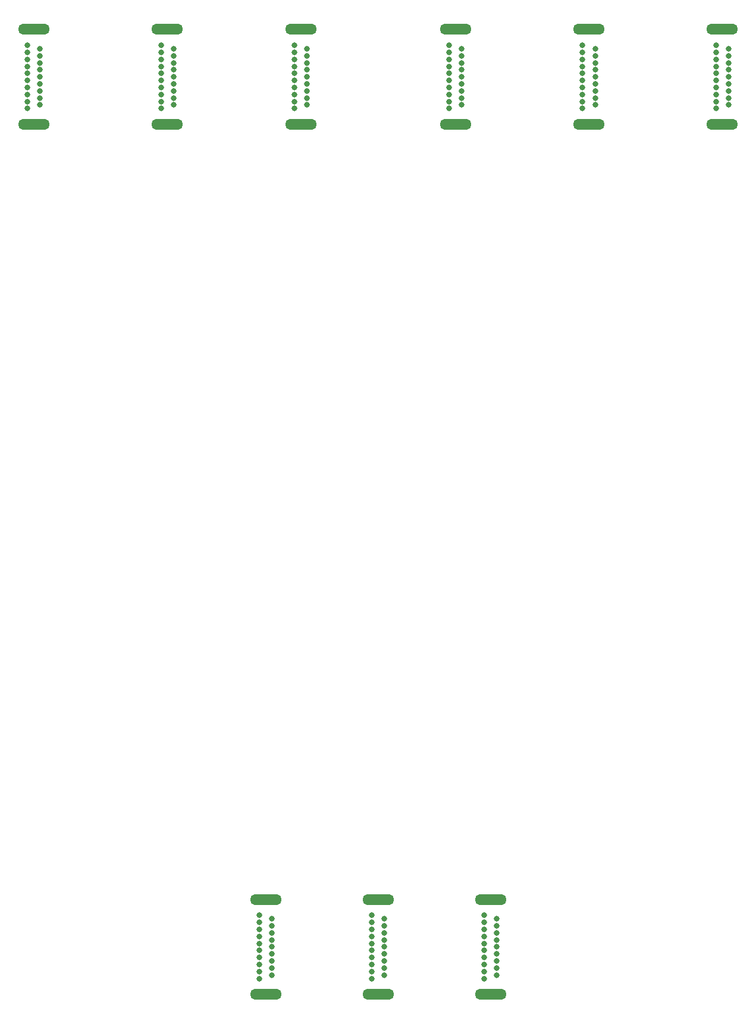
<source format=gbr>
%TF.GenerationSoftware,KiCad,Pcbnew,(5.1.10)-1*%
%TF.CreationDate,2022-04-08T13:19:25-06:00*%
%TF.ProjectId,VacuumFeedThruHDMI,56616375-756d-4466-9565-645468727548,rev?*%
%TF.SameCoordinates,Original*%
%TF.FileFunction,Paste,Bot*%
%TF.FilePolarity,Positive*%
%FSLAX46Y46*%
G04 Gerber Fmt 4.6, Leading zero omitted, Abs format (unit mm)*
G04 Created by KiCad (PCBNEW (5.1.10)-1) date 2022-04-08 13:19:25*
%MOMM*%
%LPD*%
G01*
G04 APERTURE LIST*
%ADD10O,4.500000X1.500000*%
%ADD11C,0.800000*%
G04 APERTURE END LIST*
D10*
%TO.C,J2*%
X30000000Y67550000D03*
X30000000Y54050000D03*
D11*
X29100000Y65300000D03*
X30900000Y64800000D03*
X29100000Y64300000D03*
X30900000Y63800000D03*
X29100000Y63300000D03*
X30900000Y62800000D03*
X29100000Y62300000D03*
X30900000Y61800000D03*
X29100000Y61300000D03*
X30900000Y60800000D03*
X29100000Y60300000D03*
X30900000Y59800000D03*
X29100000Y59300000D03*
X30900000Y58800000D03*
X29100000Y58300000D03*
X30900000Y57800000D03*
X29100000Y57300000D03*
X30900000Y56800000D03*
X29100000Y56300000D03*
%TD*%
D10*
%TO.C,J3*%
X49000000Y67550000D03*
X49000000Y54050000D03*
D11*
X48100000Y65300000D03*
X49900000Y64800000D03*
X48100000Y64300000D03*
X49900000Y63800000D03*
X48100000Y63300000D03*
X49900000Y62800000D03*
X48100000Y62300000D03*
X49900000Y61800000D03*
X48100000Y61300000D03*
X49900000Y60800000D03*
X48100000Y60300000D03*
X49900000Y59800000D03*
X48100000Y59300000D03*
X49900000Y58800000D03*
X48100000Y58300000D03*
X49900000Y57800000D03*
X48100000Y57300000D03*
X49900000Y56800000D03*
X48100000Y56300000D03*
%TD*%
D10*
%TO.C,J4*%
X-49000000Y67550000D03*
X-49000000Y54050000D03*
D11*
X-49900000Y65300000D03*
X-48100000Y64800000D03*
X-49900000Y64300000D03*
X-48100000Y63800000D03*
X-49900000Y63300000D03*
X-48100000Y62800000D03*
X-49900000Y62300000D03*
X-48100000Y61800000D03*
X-49900000Y61300000D03*
X-48100000Y60800000D03*
X-49900000Y60300000D03*
X-48100000Y59800000D03*
X-49900000Y59300000D03*
X-48100000Y58800000D03*
X-49900000Y58300000D03*
X-48100000Y57800000D03*
X-49900000Y57300000D03*
X-48100000Y56800000D03*
X-49900000Y56300000D03*
%TD*%
D10*
%TO.C,J9*%
X16000000Y-56250000D03*
X16000000Y-69750000D03*
D11*
X15100000Y-58500000D03*
X16900000Y-59000000D03*
X15100000Y-59500000D03*
X16900000Y-60000000D03*
X15100000Y-60500000D03*
X16900000Y-61000000D03*
X15100000Y-61500000D03*
X16900000Y-62000000D03*
X15100000Y-62500000D03*
X16900000Y-63000000D03*
X15100000Y-63500000D03*
X16900000Y-64000000D03*
X15100000Y-64500000D03*
X16900000Y-65000000D03*
X15100000Y-65500000D03*
X16900000Y-66000000D03*
X15100000Y-66500000D03*
X16900000Y-67000000D03*
X15100000Y-67500000D03*
%TD*%
D10*
%TO.C,J7*%
X-16000000Y-56250000D03*
X-16000000Y-69750000D03*
D11*
X-16900000Y-58500000D03*
X-15100000Y-59000000D03*
X-16900000Y-59500000D03*
X-15100000Y-60000000D03*
X-16900000Y-60500000D03*
X-15100000Y-61000000D03*
X-16900000Y-61500000D03*
X-15100000Y-62000000D03*
X-16900000Y-62500000D03*
X-15100000Y-63000000D03*
X-16900000Y-63500000D03*
X-15100000Y-64000000D03*
X-16900000Y-64500000D03*
X-15100000Y-65000000D03*
X-16900000Y-65500000D03*
X-15100000Y-66000000D03*
X-16900000Y-66500000D03*
X-15100000Y-67000000D03*
X-16900000Y-67500000D03*
%TD*%
D10*
%TO.C,J8*%
X0Y-56250000D03*
X0Y-69750000D03*
D11*
X-900000Y-58500000D03*
X900000Y-59000000D03*
X-900000Y-59500000D03*
X900000Y-60000000D03*
X-900000Y-60500000D03*
X900000Y-61000000D03*
X-900000Y-61500000D03*
X900000Y-62000000D03*
X-900000Y-62500000D03*
X900000Y-63000000D03*
X-900000Y-63500000D03*
X900000Y-64000000D03*
X-900000Y-64500000D03*
X900000Y-65000000D03*
X-900000Y-65500000D03*
X900000Y-66000000D03*
X-900000Y-66500000D03*
X900000Y-67000000D03*
X-900000Y-67500000D03*
%TD*%
D10*
%TO.C,J1*%
X11000000Y67550000D03*
X11000000Y54050000D03*
D11*
X10100000Y65300000D03*
X11900000Y64800000D03*
X10100000Y64300000D03*
X11900000Y63800000D03*
X10100000Y63300000D03*
X11900000Y62800000D03*
X10100000Y62300000D03*
X11900000Y61800000D03*
X10100000Y61300000D03*
X11900000Y60800000D03*
X10100000Y60300000D03*
X11900000Y59800000D03*
X10100000Y59300000D03*
X11900000Y58800000D03*
X10100000Y58300000D03*
X11900000Y57800000D03*
X10100000Y57300000D03*
X11900000Y56800000D03*
X10100000Y56300000D03*
%TD*%
D10*
%TO.C,J6*%
X-11000000Y67550000D03*
X-11000000Y54050000D03*
D11*
X-11900000Y65300000D03*
X-10100000Y64800000D03*
X-11900000Y64300000D03*
X-10100000Y63800000D03*
X-11900000Y63300000D03*
X-10100000Y62800000D03*
X-11900000Y62300000D03*
X-10100000Y61800000D03*
X-11900000Y61300000D03*
X-10100000Y60800000D03*
X-11900000Y60300000D03*
X-10100000Y59800000D03*
X-11900000Y59300000D03*
X-10100000Y58800000D03*
X-11900000Y58300000D03*
X-10100000Y57800000D03*
X-11900000Y57300000D03*
X-10100000Y56800000D03*
X-11900000Y56300000D03*
%TD*%
D10*
%TO.C,J5*%
X-30000000Y67550000D03*
X-30000000Y54050000D03*
D11*
X-30900000Y65300000D03*
X-29100000Y64800000D03*
X-30900000Y64300000D03*
X-29100000Y63800000D03*
X-30900000Y63300000D03*
X-29100000Y62800000D03*
X-30900000Y62300000D03*
X-29100000Y61800000D03*
X-30900000Y61300000D03*
X-29100000Y60800000D03*
X-30900000Y60300000D03*
X-29100000Y59800000D03*
X-30900000Y59300000D03*
X-29100000Y58800000D03*
X-30900000Y58300000D03*
X-29100000Y57800000D03*
X-30900000Y57300000D03*
X-29100000Y56800000D03*
X-30900000Y56300000D03*
%TD*%
M02*

</source>
